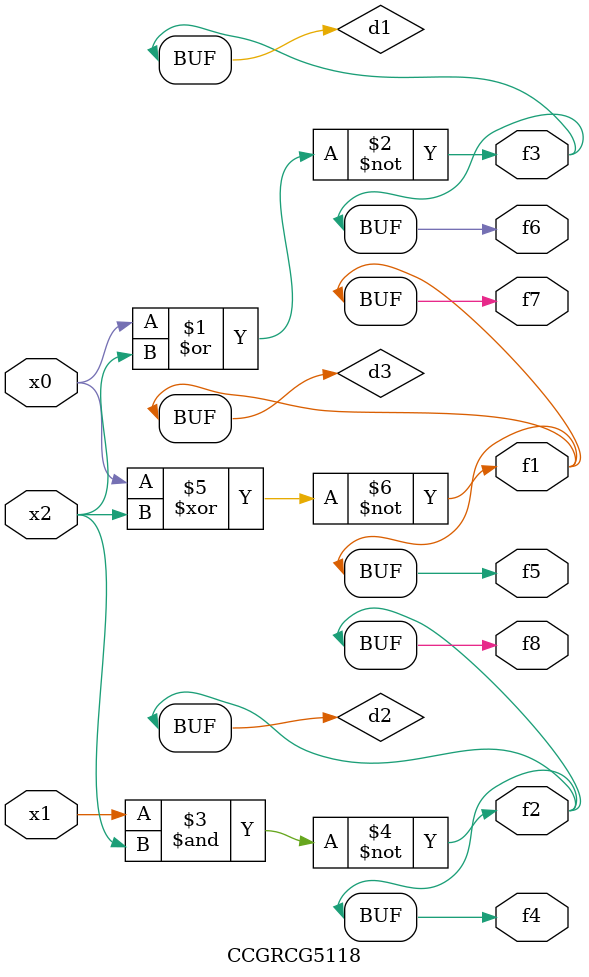
<source format=v>
module CCGRCG5118(
	input x0, x1, x2,
	output f1, f2, f3, f4, f5, f6, f7, f8
);

	wire d1, d2, d3;

	nor (d1, x0, x2);
	nand (d2, x1, x2);
	xnor (d3, x0, x2);
	assign f1 = d3;
	assign f2 = d2;
	assign f3 = d1;
	assign f4 = d2;
	assign f5 = d3;
	assign f6 = d1;
	assign f7 = d3;
	assign f8 = d2;
endmodule

</source>
